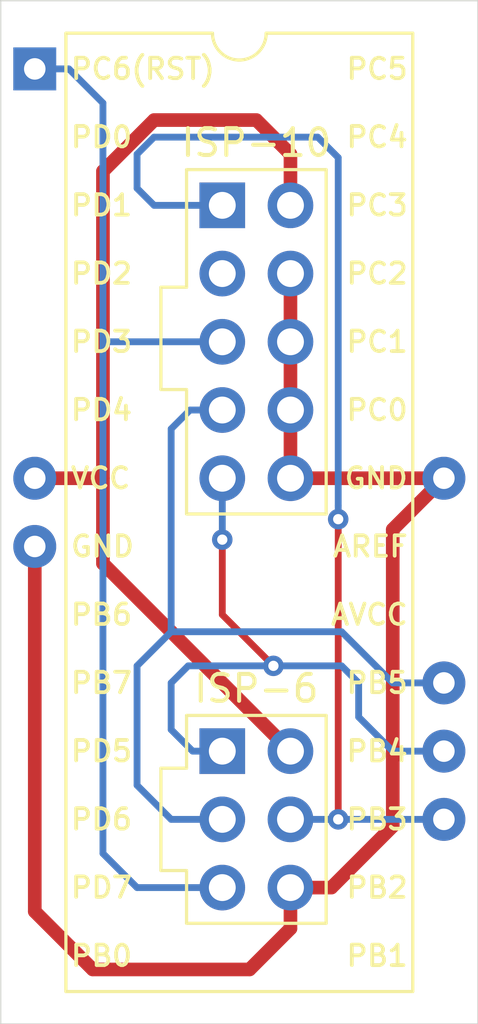
<source format=kicad_pcb>
(kicad_pcb (version 20171130) (host pcbnew "(5.1.2)-2")

  (general
    (thickness 1.6)
    (drawings 32)
    (tracks 66)
    (zones 0)
    (modules 3)
    (nets 1)
  )

  (page A4)
  (title_block
    (title "AVR Programmer Spider")
    (date 2019-12-17)
    (rev v1.0)
    (comment 2 https://creativecommons.org/licenses/by/4.0/)
    (comment 3 "License: CC BY 4.0")
    (comment 4 "Author: Benedict Khoo")
  )

  (layers
    (0 F.Cu signal)
    (31 B.Cu signal)
    (32 B.Adhes user)
    (33 F.Adhes user)
    (34 B.Paste user)
    (35 F.Paste user)
    (36 B.SilkS user)
    (37 F.SilkS user)
    (38 B.Mask user)
    (39 F.Mask user)
    (40 Dwgs.User user)
    (41 Cmts.User user)
    (42 Eco1.User user)
    (43 Eco2.User user)
    (44 Edge.Cuts user)
    (45 Margin user)
    (46 B.CrtYd user)
    (47 F.CrtYd user hide)
    (48 B.Fab user)
    (49 F.Fab user hide)
  )

  (setup
    (last_trace_width 0.254)
    (user_trace_width 0.254)
    (user_trace_width 0.508)
    (trace_clearance 0.254)
    (zone_clearance 0.508)
    (zone_45_only no)
    (trace_min 0.127)
    (via_size 0.762)
    (via_drill 0.381)
    (via_min_size 0.599999)
    (via_min_drill 0.299999)
    (uvia_size 0.762)
    (uvia_drill 0.381)
    (uvias_allowed no)
    (uvia_min_size 0.599999)
    (uvia_min_drill 0.299999)
    (edge_width 0.05)
    (segment_width 0.2)
    (pcb_text_width 0.3)
    (pcb_text_size 1.5 1.5)
    (mod_edge_width 0.12)
    (mod_text_size 1 1)
    (mod_text_width 0.15)
    (pad_size 1.524 1.524)
    (pad_drill 0.762)
    (pad_to_mask_clearance 0.051)
    (solder_mask_min_width 0.25)
    (aux_axis_origin 0 0)
    (visible_elements 7FFFFFFF)
    (pcbplotparams
      (layerselection 0x010f0_ffffffff)
      (usegerberextensions false)
      (usegerberattributes false)
      (usegerberadvancedattributes false)
      (creategerberjobfile false)
      (excludeedgelayer true)
      (linewidth 0.100000)
      (plotframeref false)
      (viasonmask false)
      (mode 1)
      (useauxorigin false)
      (hpglpennumber 1)
      (hpglpenspeed 20)
      (hpglpendiameter 15.000000)
      (psnegative false)
      (psa4output false)
      (plotreference true)
      (plotvalue true)
      (plotinvisibletext false)
      (padsonsilk false)
      (subtractmaskfromsilk false)
      (outputformat 1)
      (mirror false)
      (drillshape 0)
      (scaleselection 1)
      (outputdirectory ""))
  )

  (net 0 "")

  (net_class Default "This is the default net class."
    (clearance 0.254)
    (trace_width 0.254)
    (via_dia 0.762)
    (via_drill 0.381)
    (uvia_dia 0.762)
    (uvia_drill 0.381)
  )

  (module AVRSpider:ISP_10_Pin (layer F.Cu) (tedit 5DF8460D) (tstamp 5DF8583E)
    (at 152.4 87.63)
    (descr "Through hole straight pin header, 2x05, 2.54mm pitch, double rows")
    (tags "Through hole pin header THT 2x05 2.54mm double row")
    (fp_text reference ISP-10 (at 1.27 -2.33) (layer F.SilkS)
      (effects (font (size 1 1) (thickness 0.15)))
    )
    (fp_text value ISP_10_Pin (at 1.27 12.49) (layer F.Fab)
      (effects (font (size 1 1) (thickness 0.15)))
    )
    (fp_line (start -2.286 3.048) (end -2.286 6.858) (layer F.SilkS) (width 0.12))
    (fp_line (start -2.286 6.858) (end -1.33 6.858) (layer F.SilkS) (width 0.12))
    (fp_line (start -1.33 -1.33) (end -1.33 3.048) (layer F.SilkS) (width 0.12))
    (fp_line (start 4.35 -1.8) (end -1.8 -1.8) (layer F.CrtYd) (width 0.05))
    (fp_line (start 4.35 11.95) (end 4.35 -1.8) (layer F.CrtYd) (width 0.05))
    (fp_line (start -1.8 11.95) (end 4.35 11.95) (layer F.CrtYd) (width 0.05))
    (fp_line (start -1.8 -1.8) (end -1.8 11.95) (layer F.CrtYd) (width 0.05))
    (fp_line (start -1.33 -1.33) (end 3.87 -1.33) (layer F.SilkS) (width 0.12))
    (fp_line (start -2.286 3.048) (end -1.33 3.048) (layer F.SilkS) (width 0.12))
    (fp_line (start 3.87 -1.33) (end 3.87 11.49) (layer F.SilkS) (width 0.12))
    (fp_line (start -1.33 6.858) (end -1.33 11.49) (layer F.SilkS) (width 0.12))
    (fp_line (start -1.33 11.49) (end 3.87 11.49) (layer F.SilkS) (width 0.12))
    (fp_line (start -1.27 0) (end 0 -1.27) (layer F.Fab) (width 0.1))
    (fp_line (start -1.27 11.43) (end -1.27 0) (layer F.Fab) (width 0.1))
    (fp_line (start 3.81 11.43) (end -1.27 11.43) (layer F.Fab) (width 0.1))
    (fp_line (start 3.81 -1.27) (end 3.81 11.43) (layer F.Fab) (width 0.1))
    (fp_line (start 0 -1.27) (end 3.81 -1.27) (layer F.Fab) (width 0.1))
    (pad 10 thru_hole oval (at 2.54 10.16) (size 1.7 1.7) (drill 1) (layers *.Cu *.Mask))
    (pad 9 thru_hole oval (at 0 10.16) (size 1.7 1.7) (drill 1) (layers *.Cu *.Mask))
    (pad 8 thru_hole oval (at 2.54 7.62) (size 1.7 1.7) (drill 1) (layers *.Cu *.Mask))
    (pad 7 thru_hole oval (at 0 7.62) (size 1.7 1.7) (drill 1) (layers *.Cu *.Mask))
    (pad 6 thru_hole oval (at 2.54 5.08) (size 1.7 1.7) (drill 1) (layers *.Cu *.Mask))
    (pad 5 thru_hole oval (at 0 5.08) (size 1.7 1.7) (drill 1) (layers *.Cu *.Mask))
    (pad 4 thru_hole oval (at 2.54 2.54) (size 1.7 1.7) (drill 1) (layers *.Cu *.Mask))
    (pad 3 thru_hole oval (at 0 2.54) (size 1.7 1.7) (drill 1) (layers *.Cu *.Mask))
    (pad 2 thru_hole oval (at 2.54 0) (size 1.7 1.7) (drill 1) (layers *.Cu *.Mask))
    (pad 1 thru_hole rect (at 0 0) (size 1.7 1.7) (drill 1) (layers *.Cu *.Mask))
    (model ${KISYS3DMOD}/Connector_PinHeader_2.54mm.3dshapes/PinHeader_2x05_P2.54mm_Vertical.wrl
      (at (xyz 0 0 0))
      (scale (xyz 1 1 1))
      (rotate (xyz 0 0 0))
    )
  )

  (module AVRSpider:ISP_6_Pin (layer F.Cu) (tedit 5DF84754) (tstamp 5DF85744)
    (at 152.4 107.95)
    (descr "Through hole straight pin header, 2x03, 2.54mm pitch, double rows")
    (tags "Through hole pin header THT 2x03 2.54mm double row")
    (fp_text reference ISP-6 (at 1.27 -2.33 180) (layer F.SilkS)
      (effects (font (size 1 1) (thickness 0.15)))
    )
    (fp_text value ISP_6pin (at 1.27 7.41 180) (layer F.Fab)
      (effects (font (size 1 1) (thickness 0.15)))
    )
    (fp_line (start -2.286 4.445) (end -1.33 4.445) (layer F.SilkS) (width 0.12))
    (fp_line (start -2.286 0.635) (end -2.286 4.445) (layer F.SilkS) (width 0.12))
    (fp_line (start -1.33 0.635) (end -2.286 0.635) (layer F.SilkS) (width 0.12))
    (fp_line (start 4.35 -1.8) (end -1.8 -1.8) (layer F.CrtYd) (width 0.05))
    (fp_line (start 4.35 6.85) (end 4.35 -1.8) (layer F.CrtYd) (width 0.05))
    (fp_line (start -1.8 6.85) (end 4.35 6.85) (layer F.CrtYd) (width 0.05))
    (fp_line (start -1.8 -1.8) (end -1.8 6.85) (layer F.CrtYd) (width 0.05))
    (fp_line (start -1.33 -1.33) (end 1.27 -1.33) (layer F.SilkS) (width 0.12))
    (fp_line (start -1.33 0.635) (end -1.33 -1.33) (layer F.SilkS) (width 0.12))
    (fp_line (start 1.27 -1.33) (end 3.87 -1.33) (layer F.SilkS) (width 0.12))
    (fp_line (start 3.87 -1.33) (end 3.87 6.41) (layer F.SilkS) (width 0.12))
    (fp_line (start -1.33 6.41) (end 3.87 6.41) (layer F.SilkS) (width 0.12))
    (fp_line (start -1.27 0) (end 0 -1.27) (layer F.Fab) (width 0.1))
    (fp_line (start -1.27 6.35) (end -1.27 0) (layer F.Fab) (width 0.1))
    (fp_line (start 3.81 6.35) (end -1.27 6.35) (layer F.Fab) (width 0.1))
    (fp_line (start 3.81 -1.27) (end 3.81 6.35) (layer F.Fab) (width 0.1))
    (fp_line (start 0 -1.27) (end 3.81 -1.27) (layer F.Fab) (width 0.1))
    (fp_line (start -1.33 6.41) (end -1.33 4.445) (layer F.SilkS) (width 0.12))
    (pad 6 thru_hole oval (at 2.54 5.08) (size 1.7 1.7) (drill 1) (layers *.Cu *.Mask))
    (pad 5 thru_hole oval (at 0 5.08) (size 1.7 1.7) (drill 1) (layers *.Cu *.Mask))
    (pad 4 thru_hole oval (at 2.54 2.54) (size 1.7 1.7) (drill 1) (layers *.Cu *.Mask))
    (pad 3 thru_hole oval (at 0 2.54) (size 1.7 1.7) (drill 1) (layers *.Cu *.Mask))
    (pad 2 thru_hole oval (at 2.54 0) (size 1.7 1.7) (drill 1) (layers *.Cu *.Mask))
    (pad 1 thru_hole rect (at 0 0) (size 1.7 1.7) (drill 1) (layers *.Cu *.Mask))
    (model ${KISYS3DMOD}/Connector_PinHeader_2.54mm.3dshapes/PinHeader_2x03_P2.54mm_Vertical.wrl
      (at (xyz 0 0 0))
      (scale (xyz 1 1 1))
      (rotate (xyz 0 0 0))
    )
  )

  (module AVRSpider:Spider (layer F.Cu) (tedit 5DF70318) (tstamp 5DF7719C)
    (at 145.415 82.55)
    (descr "28-lead though-hole mounted DIP package, row spacing 15.24 mm (600 mils)")
    (tags "THT DIP DIL PDIP 2.54mm 15.24mm 600mil")
    (fp_text reference REF** (at 7.62 -2.33) (layer F.Fab)
      (effects (font (size 1 1) (thickness 0.15)))
    )
    (fp_text value Spider (at 7.62 35.35) (layer F.Fab)
      (effects (font (size 1 1) (thickness 0.15)))
    )
    (fp_arc (start 7.62 -1.33) (end 6.62 -1.33) (angle -180) (layer F.SilkS) (width 0.12))
    (fp_line (start 1.255 -1.27) (end 14.985 -1.27) (layer F.Fab) (width 0.1))
    (fp_line (start 14.985 -1.27) (end 14.985 34.29) (layer F.Fab) (width 0.1))
    (fp_line (start 14.985 34.29) (end 0.255 34.29) (layer F.Fab) (width 0.1))
    (fp_line (start 0.255 34.29) (end 0.255 -0.27) (layer F.Fab) (width 0.1))
    (fp_line (start 0.255 -0.27) (end 1.255 -1.27) (layer F.Fab) (width 0.1))
    (fp_line (start 6.62 -1.33) (end 1.16 -1.33) (layer F.SilkS) (width 0.12))
    (fp_line (start 1.16 -1.33) (end 1.16 34.35) (layer F.SilkS) (width 0.12))
    (fp_line (start 1.16 34.35) (end 14.08 34.35) (layer F.SilkS) (width 0.12))
    (fp_line (start 14.08 34.35) (end 14.08 -1.33) (layer F.SilkS) (width 0.12))
    (fp_line (start 14.08 -1.33) (end 8.62 -1.33) (layer F.SilkS) (width 0.12))
    (fp_line (start -1.05 -1.55) (end -1.05 34.55) (layer F.CrtYd) (width 0.05))
    (fp_line (start -1.05 34.55) (end 16.3 34.55) (layer F.CrtYd) (width 0.05))
    (fp_line (start 16.3 34.55) (end 16.3 -1.55) (layer F.CrtYd) (width 0.05))
    (fp_line (start 16.3 -1.55) (end -1.05 -1.55) (layer F.CrtYd) (width 0.05))
    (pad 1 thru_hole rect (at 0 0) (size 1.6 1.6) (drill 0.8) (layers *.Cu *.Mask))
    (pad 17 thru_hole oval (at 15.24 27.94) (size 1.6 1.6) (drill 0.8) (layers *.Cu *.Mask))
    (pad 18 thru_hole oval (at 15.24 25.4) (size 1.6 1.6) (drill 0.8) (layers *.Cu *.Mask))
    (pad 19 thru_hole oval (at 15.24 22.86) (size 1.6 1.6) (drill 0.8) (layers *.Cu *.Mask))
    (pad 7 thru_hole oval (at 0 15.24) (size 1.6 1.6) (drill 0.8) (layers *.Cu *.Mask))
    (pad 8 thru_hole oval (at 0 17.78) (size 1.6 1.6) (drill 0.8) (layers *.Cu *.Mask))
    (pad 22 thru_hole oval (at 15.24 15.24) (size 1.6 1.6) (drill 0.8) (layers *.Cu *.Mask))
    (model ${KISYS3DMOD}/Package_DIP.3dshapes/DIP-28_W15.24mm.wrl
      (at (xyz 0 0 0))
      (scale (xyz 1 1 1))
      (rotate (xyz 0 0 0))
    )
  )

  (gr_text AREF (at 159.385 100.33) (layer F.SilkS) (tstamp 5DF772AF)
    (effects (font (size 0.762 0.762) (thickness 0.1397)) (justify right))
  )
  (gr_text PB2 (at 159.385 113.03) (layer F.SilkS) (tstamp 5DF772AE)
    (effects (font (size 0.762 0.762) (thickness 0.1397)) (justify right))
  )
  (gr_text PB5 (at 159.385 105.41) (layer F.SilkS) (tstamp 5DF772AD)
    (effects (font (size 0.762 0.762) (thickness 0.1397)) (justify right))
  )
  (gr_text AVCC (at 159.385 102.87) (layer F.SilkS) (tstamp 5DF772AC)
    (effects (font (size 0.762 0.762) (thickness 0.1397)) (justify right))
  )
  (gr_text PC2 (at 159.385 90.17) (layer F.SilkS) (tstamp 5DF772AB)
    (effects (font (size 0.762 0.762) (thickness 0.1397)) (justify right))
  )
  (gr_text PB1 (at 159.385 115.57) (layer F.SilkS) (tstamp 5DF772AA)
    (effects (font (size 0.762 0.762) (thickness 0.1397)) (justify right))
  )
  (gr_text PB3 (at 159.385 110.49) (layer F.SilkS) (tstamp 5DF772A9)
    (effects (font (size 0.762 0.762) (thickness 0.1397)) (justify right))
  )
  (gr_text PB4 (at 159.385 107.95) (layer F.SilkS) (tstamp 5DF772A8)
    (effects (font (size 0.762 0.762) (thickness 0.1397)) (justify right))
  )
  (gr_text PC1 (at 159.385 92.71) (layer F.SilkS) (tstamp 5DF772A7)
    (effects (font (size 0.762 0.762) (thickness 0.1397)) (justify right))
  )
  (gr_text GND (at 159.385 97.79) (layer F.SilkS) (tstamp 5DF772A6)
    (effects (font (size 0.762 0.762) (thickness 0.1397)) (justify right))
  )
  (gr_text PC0 (at 159.385 95.25) (layer F.SilkS) (tstamp 5DF772A5)
    (effects (font (size 0.762 0.762) (thickness 0.1397)) (justify right))
  )
  (gr_text PC5 (at 159.385 82.55) (layer F.SilkS) (tstamp 5DF772A4)
    (effects (font (size 0.762 0.762) (thickness 0.1397)) (justify right))
  )
  (gr_text PC3 (at 159.385 87.63) (layer F.SilkS) (tstamp 5DF772A3)
    (effects (font (size 0.762 0.762) (thickness 0.1397)) (justify right))
  )
  (gr_text PC4 (at 159.385 85.09) (layer F.SilkS) (tstamp 5DF772A2)
    (effects (font (size 0.762 0.762) (thickness 0.1397)) (justify right))
  )
  (gr_text PB0 (at 146.685 115.57) (layer F.SilkS) (tstamp 5DF7729F)
    (effects (font (size 0.762 0.762) (thickness 0.1397)) (justify left))
  )
  (gr_text PD7 (at 146.685 113.03) (layer F.SilkS) (tstamp 5DF7729C)
    (effects (font (size 0.762 0.762) (thickness 0.1397)) (justify left))
  )
  (gr_text PD6 (at 146.685 110.49) (layer F.SilkS) (tstamp 5DF77299)
    (effects (font (size 0.762 0.762) (thickness 0.1397)) (justify left))
  )
  (gr_text PD5 (at 146.685 107.95) (layer F.SilkS) (tstamp 5DF77296)
    (effects (font (size 0.762 0.762) (thickness 0.1397)) (justify left))
  )
  (gr_text PB7 (at 146.685 105.41) (layer F.SilkS) (tstamp 5DF77289)
    (effects (font (size 0.762 0.762) (thickness 0.1397)) (justify left))
  )
  (gr_text PB6 (at 146.685 102.87) (layer F.SilkS) (tstamp 5DF77287)
    (effects (font (size 0.762 0.762) (thickness 0.1397)) (justify left))
  )
  (gr_text GND (at 146.685 100.33) (layer F.SilkS) (tstamp 5DF77285)
    (effects (font (size 0.762 0.762) (thickness 0.1397)) (justify left))
  )
  (gr_text VCC (at 146.685 97.79) (layer F.SilkS) (tstamp 5DF77283)
    (effects (font (size 0.762 0.762) (thickness 0.1397)) (justify left))
  )
  (gr_text PD4 (at 146.685 95.25) (layer F.SilkS) (tstamp 5DF77281)
    (effects (font (size 0.762 0.762) (thickness 0.1397)) (justify left))
  )
  (gr_text PD3 (at 146.685 92.71) (layer F.SilkS) (tstamp 5DF7727E)
    (effects (font (size 0.762 0.762) (thickness 0.1397)) (justify left))
  )
  (gr_text PD2 (at 146.685 90.17) (layer F.SilkS)
    (effects (font (size 0.762 0.762) (thickness 0.1397)) (justify left))
  )
  (gr_text PD1 (at 146.685 87.63) (layer F.SilkS) (tstamp 5DF772EA)
    (effects (font (size 0.762 0.762) (thickness 0.1397)) (justify left))
  )
  (gr_text PD0 (at 146.685 85.09) (layer F.SilkS) (tstamp 5DF773A2)
    (effects (font (size 0.762 0.762) (thickness 0.1397)) (justify left))
  )
  (gr_text "PC6(RST)" (at 146.685 82.55) (layer F.SilkS) (tstamp 5DF775CA)
    (effects (font (size 0.762 0.762) (thickness 0.1397)) (justify left))
  )
  (gr_line (start 144.145 80.01) (end 161.925 80.01) (layer Edge.Cuts) (width 0.05))
  (gr_line (start 161.925 80.01) (end 161.925 118.11) (layer Edge.Cuts) (width 0.05))
  (gr_line (start 144.145 118.11) (end 161.925 118.11) (layer Edge.Cuts) (width 0.05))
  (gr_line (start 144.145 80.01) (end 144.145 118.11) (layer Edge.Cuts) (width 0.05))

  (segment (start 145.415 97.79) (end 147.955 97.79) (width 0.508) (layer F.Cu) (net 0))
  (segment (start 154.94 85.725) (end 154.94 87.63) (width 0.508) (layer F.Cu) (net 0))
  (segment (start 153.67 84.455) (end 154.94 85.725) (width 0.508) (layer F.Cu) (net 0))
  (segment (start 149.86 84.455) (end 153.67 84.455) (width 0.508) (layer F.Cu) (net 0))
  (segment (start 147.955 97.79) (end 147.955 86.36) (width 0.508) (layer F.Cu) (net 0))
  (segment (start 147.955 86.36) (end 149.86 84.455) (width 0.508) (layer F.Cu) (net 0))
  (segment (start 146.685 82.55) (end 145.415 82.55) (width 0.254) (layer B.Cu) (net 0))
  (segment (start 147.955 83.82) (end 146.685 82.55) (width 0.254) (layer B.Cu) (net 0))
  (segment (start 152.4 113.03) (end 149.225 113.03) (width 0.254) (layer B.Cu) (net 0))
  (segment (start 149.225 113.03) (end 147.955 111.76) (width 0.254) (layer B.Cu) (net 0))
  (segment (start 152.4 110.49) (end 150.495 110.49) (width 0.254) (layer B.Cu) (net 0))
  (segment (start 150.495 110.49) (end 149.225 109.22) (width 0.254) (layer B.Cu) (net 0))
  (segment (start 149.225 109.22) (end 149.225 104.775) (width 0.254) (layer B.Cu) (net 0))
  (segment (start 149.225 104.775) (end 150.495 103.505) (width 0.254) (layer B.Cu) (net 0))
  (segment (start 150.495 103.505) (end 156.845 103.505) (width 0.254) (layer B.Cu) (net 0))
  (segment (start 156.845 103.505) (end 158.75 105.41) (width 0.254) (layer B.Cu) (net 0))
  (segment (start 158.75 105.41) (end 160.655 105.41) (width 0.254) (layer B.Cu) (net 0))
  (segment (start 158.75 107.95) (end 160.655 107.95) (width 0.254) (layer B.Cu) (net 0))
  (segment (start 152.4 92.71) (end 147.955 92.71) (width 0.254) (layer B.Cu) (net 0))
  (segment (start 147.955 111.76) (end 147.955 92.71) (width 0.254) (layer B.Cu) (net 0))
  (segment (start 147.955 92.71) (end 147.955 83.82) (width 0.254) (layer B.Cu) (net 0))
  (segment (start 150.495 95.952919) (end 150.495 103.505) (width 0.254) (layer B.Cu) (net 0))
  (segment (start 151.197919 95.25) (end 150.495 95.952919) (width 0.254) (layer B.Cu) (net 0))
  (segment (start 152.4 95.25) (end 151.197919 95.25) (width 0.254) (layer B.Cu) (net 0))
  (segment (start 151.296 107.95) (end 150.495 107.149) (width 0.254) (layer B.Cu) (net 0))
  (segment (start 152.4 107.95) (end 151.296 107.95) (width 0.254) (layer B.Cu) (net 0))
  (segment (start 150.495 107.149) (end 150.495 105.41) (width 0.254) (layer B.Cu) (net 0))
  (segment (start 150.495 105.41) (end 151.13 104.775) (width 0.254) (layer B.Cu) (net 0))
  (segment (start 156.845 104.775) (end 157.48 105.41) (width 0.254) (layer B.Cu) (net 0))
  (segment (start 157.48 105.41) (end 157.48 106.68) (width 0.254) (layer B.Cu) (net 0))
  (segment (start 157.48 106.68) (end 158.75 107.95) (width 0.254) (layer B.Cu) (net 0))
  (segment (start 154.94 90.17) (end 154.94 97.79) (width 0.508) (layer F.Cu) (net 0))
  (segment (start 159.52363 97.79) (end 154.94 97.79) (width 0.508) (layer F.Cu) (net 0))
  (segment (start 160.655 97.79) (end 159.52363 97.79) (width 0.508) (layer F.Cu) (net 0))
  (segment (start 154.94 114.554) (end 154.94 113.03) (width 0.508) (layer F.Cu) (net 0))
  (segment (start 153.416 116.078) (end 154.94 114.554) (width 0.508) (layer F.Cu) (net 0))
  (segment (start 147.574 116.078) (end 153.416 116.078) (width 0.508) (layer F.Cu) (net 0))
  (segment (start 145.415 100.33) (end 145.415 113.919) (width 0.508) (layer F.Cu) (net 0))
  (segment (start 145.415 113.919) (end 147.574 116.078) (width 0.508) (layer F.Cu) (net 0))
  (segment (start 147.955 100.965) (end 154.94 107.95) (width 0.508) (layer F.Cu) (net 0))
  (segment (start 147.955 97.79) (end 147.955 100.965) (width 0.508) (layer F.Cu) (net 0))
  (via (at 152.4 100.075994) (size 0.762) (drill 0.381) (layers F.Cu B.Cu) (net 0))
  (segment (start 152.4 97.79) (end 152.4 100.075994) (width 0.254) (layer B.Cu) (net 0))
  (segment (start 152.4 100.33) (end 152.4 100.075994) (width 0.254) (layer F.Cu) (net 0))
  (via (at 154.305 104.775) (size 0.762) (drill 0.381) (layers F.Cu B.Cu) (net 0))
  (segment (start 152.4 102.87) (end 154.305 104.775) (width 0.254) (layer F.Cu) (net 0))
  (segment (start 152.4 100.075994) (end 152.4 102.87) (width 0.254) (layer F.Cu) (net 0))
  (segment (start 151.13 104.775) (end 154.305 104.775) (width 0.254) (layer B.Cu) (net 0))
  (segment (start 154.305 104.775) (end 156.845 104.775) (width 0.254) (layer B.Cu) (net 0))
  (segment (start 158.75 99.695) (end 160.655 97.79) (width 0.508) (layer F.Cu) (net 0))
  (segment (start 158.75 110.744) (end 158.75 99.695) (width 0.508) (layer F.Cu) (net 0))
  (segment (start 154.94 113.03) (end 156.464 113.03) (width 0.508) (layer F.Cu) (net 0))
  (segment (start 156.464 113.03) (end 158.75 110.744) (width 0.508) (layer F.Cu) (net 0))
  (segment (start 154.94 110.49) (end 156.718 110.49) (width 0.254) (layer B.Cu) (net 0))
  (segment (start 156.718 110.49) (end 160.655 110.49) (width 0.254) (layer B.Cu) (net 0))
  (segment (start 156.718 85.852) (end 156.718 98.806) (width 0.254) (layer B.Cu) (net 0))
  (segment (start 149.86 87.63) (end 149.225 86.995) (width 0.254) (layer B.Cu) (net 0))
  (segment (start 152.4 87.63) (end 149.86 87.63) (width 0.254) (layer B.Cu) (net 0))
  (segment (start 149.225 86.995) (end 149.225 85.725) (width 0.254) (layer B.Cu) (net 0))
  (segment (start 149.225 85.725) (end 149.86 85.09) (width 0.254) (layer B.Cu) (net 0))
  (segment (start 149.86 85.09) (end 155.956 85.09) (width 0.254) (layer B.Cu) (net 0))
  (segment (start 155.956 85.09) (end 156.718 85.852) (width 0.254) (layer B.Cu) (net 0))
  (via (at 156.718 99.314) (size 0.762) (drill 0.381) (layers F.Cu B.Cu) (net 0))
  (segment (start 156.718 98.806) (end 156.718 99.314) (width 0.254) (layer B.Cu) (net 0))
  (via (at 156.718 110.49) (size 0.762) (drill 0.381) (layers F.Cu B.Cu) (net 0))
  (segment (start 156.718 99.314) (end 156.718 110.49) (width 0.254) (layer F.Cu) (net 0))

)

</source>
